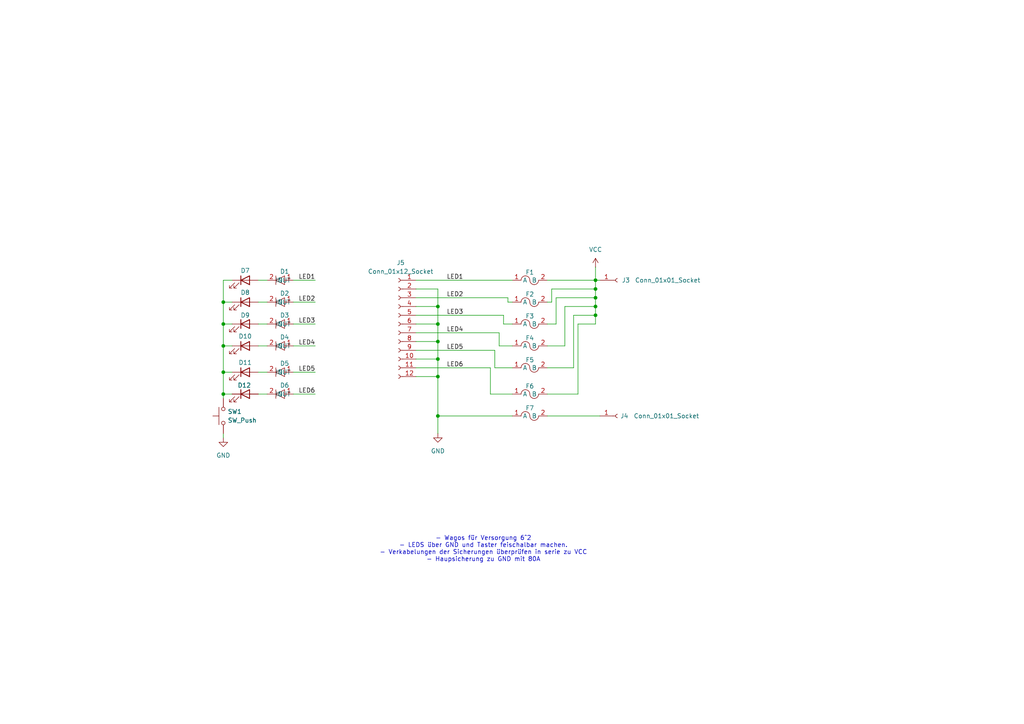
<source format=kicad_sch>
(kicad_sch (version 20250114) (generator "eeschema") (generator_version "9.0")
  (paper "A4")
  (lib_symbols
    (symbol "Connector:Conn_01x01_Socket" (pin_names (offset 1.016) (hide yes))
      (property "Reference" "J" (at 0 2.54 0))
      (property "Value" "Conn_01x01_Socket" (at 0 -2.54 0))
      (symbol "Conn_01x01_Socket_1_1"
        (polyline (pts (xy -1.27 0) (xy -0.508 0)) (stroke (width 0.1524)))
        (arc (start 0 -0.508) (mid -0.5058 0) (end 0 0.508) (stroke (width 0.1524)))
        (pin passive line (at -5.08 0 0) (length 3.81) (name "Pin_1") (number "1"))
      )
    )
    (symbol "Connector:Conn_01x12_Socket" (pin_names (offset 1.016) (hide yes))
      (property "Reference" "J" (at 0 15.24 0))
      (property "Value" "Conn_01x12_Socket" (at 0 -17.78 0))
      (symbol "Conn_01x12_Socket_1_1"
        (polyline (pts (xy -1.27 12.7) (xy -0.508 12.7)) (stroke (width 0.1524)))
        (polyline (pts (xy -1.27 10.16) (xy -0.508 10.16)) (stroke (width 0.1524)))
        (polyline (pts (xy -1.27 7.62) (xy -0.508 7.62)) (stroke (width 0.1524)))
        (polyline (pts (xy -1.27 5.08) (xy -0.508 5.08)) (stroke (width 0.1524)))
        (polyline (pts (xy -1.27 2.54) (xy -0.508 2.54)) (stroke (width 0.1524)))
        (polyline (pts (xy -1.27 0) (xy -0.508 0)) (stroke (width 0.1524)))
        (polyline (pts (xy -1.27 -2.54) (xy -0.508 -2.54)) (stroke (width 0.1524)))
        (polyline (pts (xy -1.27 -5.08) (xy -0.508 -5.08)) (stroke (width 0.1524)))
        (polyline (pts (xy -1.27 -7.62) (xy -0.508 -7.62)) (stroke (width 0.1524)))
        (polyline (pts (xy -1.27 -10.16) (xy -0.508 -10.16)) (stroke (width 0.1524)))
        (polyline (pts (xy -1.27 -12.7) (xy -0.508 -12.7)) (stroke (width 0.1524)))
        (polyline (pts (xy -1.27 -15.24) (xy -0.508 -15.24)) (stroke (width 0.1524)))
        (arc (start 0 12.192) (mid -0.5058 12.7) (end 0 13.208) (stroke (width 0.1524)))
        (arc (start 0 9.652) (mid -0.5058 10.16) (end 0 10.668) (stroke (width 0.1524)))
        (arc (start 0 7.112) (mid -0.5058 7.62) (end 0 8.128) (stroke (width 0.1524)))
        (arc (start 0 4.572) (mid -0.5058 5.08) (end 0 5.588) (stroke (width 0.1524)))
        (arc (start 0 2.032) (mid -0.5058 2.54) (end 0 3.048) (stroke (width 0.1524)))
        (arc (start 0 -0.508) (mid -0.5058 0) (end 0 0.508) (stroke (width 0.1524)))
        (arc (start 0 -3.048) (mid -0.5058 -2.54) (end 0 -2.032) (stroke (width 0.1524)))
        (arc (start 0 -5.588) (mid -0.5058 -5.08) (end 0 -4.572) (stroke (width 0.1524)))
        (arc (start 0 -8.128) (mid -0.5058 -7.62) (end 0 -7.112) (stroke (width 0.1524)))
        (arc (start 0 -10.668) (mid -0.5058 -10.16) (end 0 -9.652) (stroke (width 0.1524)))
        (arc (start 0 -13.208) (mid -0.5058 -12.7) (end 0 -12.192) (stroke (width 0.1524)))
        (arc (start 0 -15.748) (mid -0.5058 -15.24) (end 0 -14.732) (stroke (width 0.1524)))
        (pin passive line (at -5.08 12.7 0) (length 3.81) (name "Pin_1") (number "1"))
        (pin passive line (at -5.08 10.16 0) (length 3.81) (name "Pin_2") (number "2"))
        (pin passive line (at -5.08 7.62 0) (length 3.81) (name "Pin_3") (number "3"))
        (pin passive line (at -5.08 5.08 0) (length 3.81) (name "Pin_4") (number "4"))
        (pin passive line (at -5.08 2.54 0) (length 3.81) (name "Pin_5") (number "5"))
        (pin passive line (at -5.08 0 0) (length 3.81) (name "Pin_6") (number "6"))
        (pin passive line (at -5.08 -2.54 0) (length 3.81) (name "Pin_7") (number "7"))
        (pin passive line (at -5.08 -5.08 0) (length 3.81) (name "Pin_8") (number "8"))
        (pin passive line (at -5.08 -7.62 0) (length 3.81) (name "Pin_9") (number "9"))
        (pin passive line (at -5.08 -10.16 0) (length 3.81) (name "Pin_10") (number "10"))
        (pin passive line (at -5.08 -12.7 0) (length 3.81) (name "Pin_11") (number "11"))
        (pin passive line (at -5.08 -15.24 0) (length 3.81) (name "Pin_12") (number "12"))
      )
    )
    (symbol "Device:LED" (pin_numbers (hide yes)) (pin_names (offset 1.016) (hide yes))
      (property "Reference" "D" (at 0 2.54 0))
      (property "Value" "LED" (at 0 -2.54 0))
      (symbol "LED_0_1"
        (polyline (pts (xy -3.048 -0.762) (xy -4.572 -2.286) (xy -3.81 -2.286) (xy -4.572 -2.286) (xy -4.572 -1.524)))
        (polyline (pts (xy -1.778 -0.762) (xy -3.302 -2.286) (xy -2.54 -2.286) (xy -3.302 -2.286) (xy -3.302 -1.524)))
        (polyline (pts (xy -1.27 0) (xy 1.27 0)))
        (polyline (pts (xy -1.27 -1.27) (xy -1.27 1.27)) (stroke (width 0.254)))
        (polyline (pts (xy 1.27 -1.27) (xy 1.27 1.27) (xy -1.27 0) (xy 1.27 -1.27)) (stroke (width 0.254)))
      )
      (symbol "LED_1_1"
        (pin passive line (at -3.81 0 0) (length 2.54) (name "K") (number "1"))
        (pin passive line (at 3.81 0 180) (length 2.54) (name "A") (number "2"))
      )
    )
    (symbol "Switch:SW_Push" (pin_numbers (hide yes)) (pin_names (offset 1.016) (hide yes))
      (property "Reference" "SW" (at 1.27 2.54 0))
      (property "Value" "SW_Push" (at 0 -1.524 0))
      (symbol "SW_Push_0_1"
        (circle (center -2.032 0) (radius 0.508))
        (polyline (pts (xy 0 1.27) (xy 0 3.048)))
        (circle (center 2.032 0) (radius 0.508))
        (polyline (pts (xy 2.54 1.27) (xy -2.54 1.27)))
        (pin passive line (at -5.08 0 0) (length 2.54) (name "1") (number "1"))
        (pin passive line (at 5.08 0 180) (length 2.54) (name "2") (number "2"))
      )
    )
    (symbol "Theater_Parts:3557"
      (property "Reference" "F" (at 0 3.048 0))
      (symbol "3557_0_1"
        (arc (start -1.27 1.27) (mid -0.372 0.898) (end 0 0))
        (arc (start -2.54 0) (mid -2.168 0.898) (end -1.27 1.27))
        (arc (start 1.27 -1.27) (mid 0.372 -0.898) (end 0 0))
        (arc (start 2.54 0) (mid 2.168 -0.898) (end 1.27 -1.27))
      )
      (symbol "3557_1_1"
        (pin bidirectional line (at -5.08 0 0) (length 2.54) (name "A") (number "1"))
        (pin bidirectional line (at 5.08 0 180) (length 2.54) (name "B") (number "2"))
      )
    )
    (symbol "Theater_Parts:AL5809_1"
      (property "Reference" "D" (at 0 0 0))
      (symbol "AL5809_1_0_1"
        (polyline (pts (xy -2.54 0) (xy 0 1.27) (xy 0 -1.27) (xy -2.54 0) (xy -2.54 1.27) (xy -2.54 -1.27)))
      )
      (symbol "AL5809_1_1_1"
        (pin output line (at -5.08 0 0) (length 2.54) (name "OUT") (number "2"))
        (pin input line (at 2.54 0 180) (length 2.54) (name "IN") (number "1"))
      )
    )
    (symbol "power:GND" (power) (pin_numbers (hide yes)) (pin_names (offset 0) (hide yes))
      (property "Value" "GND" (at 0 -3.81 0))
      (symbol "GND_0_1"
        (polyline (pts (xy 0 0) (xy 0 -1.27) (xy 1.27 -1.27) (xy 0 -2.54) (xy -1.27 -1.27) (xy 0 -1.27)))
      )
      (symbol "GND_1_1"
        (pin power_in line (at 0 0 270) (length 0) (name "~") (number "1"))
      )
    )
    (symbol "power:VCC" (power) (pin_numbers (hide yes)) (pin_names (offset 0) (hide yes))
      (property "Value" "VCC" (at 0 3.556 0))
      (symbol "VCC_0_1"
        (polyline (pts (xy -0.762 1.27) (xy 0 2.54)))
        (polyline (pts (xy 0 2.54) (xy 0.762 1.27)))
        (polyline (pts (xy 0 0) (xy 0 2.54)))
      )
      (symbol "VCC_1_1"
        (pin power_in line (at 0 0 90) (length 0) (name "~") (number "1"))
      )
    )
  )
  (text "- Wagos für Versorgung 6^2\n- LEDS über GND und Taster feischalbar machen.\n- Verkabelungen der Sicherungen überprüfen in serie zu VCC\n- Haupsicherung zu GND mit 80A" (at 140.208 159.258 0) (effects (font (size 1.27 1.27))))
  (junction (at 64.77 87.63))
  (junction (at 127 88.9))
  (junction (at 127 93.98))
  (junction (at 64.77 107.95))
  (junction (at 172.72 86.36))
  (junction (at 172.72 91.44))
  (junction (at 127 120.65))
  (junction (at 172.72 81.28))
  (junction (at 64.77 93.98))
  (junction (at 64.77 100.33))
  (junction (at 64.77 114.3))
  (junction (at 172.72 88.9))
  (junction (at 127 99.06))
  (junction (at 127 109.22))
  (junction (at 172.72 83.82))
  (junction (at 127 104.14))
  (wire (pts (xy 147.32 87.63) (xy 148.59 87.63)))
  (wire (pts (xy 67.31 93.98) (xy 64.77 93.98)))
  (wire (pts (xy 167.64 114.3) (xy 158.75 114.3)))
  (wire (pts (xy 167.64 93.98) (xy 167.64 114.3)))
  (wire (pts (xy 74.93 81.28) (xy 77.47 81.28)))
  (wire (pts (xy 85.09 87.63) (xy 91.44 87.63)))
  (wire (pts (xy 148.59 114.3) (xy 142.24 114.3)))
  (wire (pts (xy 74.93 93.98) (xy 77.47 93.98)))
  (wire (pts (xy 127 93.98) (xy 127 99.06)))
  (wire (pts (xy 173.99 81.28) (xy 172.72 81.28)))
  (wire (pts (xy 64.77 87.63) (xy 64.77 93.98)))
  (wire (pts (xy 74.93 114.3) (xy 77.47 114.3)))
  (wire (pts (xy 67.31 114.3) (xy 64.77 114.3)))
  (wire (pts (xy 142.24 114.3) (xy 142.24 106.68)))
  (wire (pts (xy 120.65 109.22) (xy 127 109.22)))
  (wire (pts (xy 158.75 106.68) (xy 166.37 106.68)))
  (wire (pts (xy 172.72 83.82) (xy 172.72 86.36)))
  (wire (pts (xy 172.72 86.36) (xy 161.29 86.36)))
  (wire (pts (xy 158.75 120.65) (xy 173.99 120.65)))
  (wire (pts (xy 172.72 77.47) (xy 172.72 81.28)))
  (wire (pts (xy 147.32 86.36) (xy 147.32 87.63)))
  (wire (pts (xy 64.77 100.33) (xy 64.77 107.95)))
  (wire (pts (xy 158.75 87.63) (xy 160.02 87.63)))
  (wire (pts (xy 127 104.14) (xy 127 109.22)))
  (wire (pts (xy 67.31 107.95) (xy 64.77 107.95)))
  (wire (pts (xy 74.93 107.95) (xy 77.47 107.95)))
  (wire (pts (xy 161.29 93.98) (xy 158.75 93.98)))
  (wire (pts (xy 166.37 106.68) (xy 166.37 91.44)))
  (wire (pts (xy 85.09 100.33) (xy 91.44 100.33)))
  (wire (pts (xy 120.65 104.14) (xy 127 104.14)))
  (wire (pts (xy 127 109.22) (xy 127 120.65)))
  (wire (pts (xy 120.65 93.98) (xy 127 93.98)))
  (wire (pts (xy 127 120.65) (xy 127 125.73)))
  (wire (pts (xy 158.75 81.28) (xy 172.72 81.28)))
  (wire (pts (xy 146.05 91.44) (xy 146.05 93.98)))
  (wire (pts (xy 74.93 100.33) (xy 77.47 100.33)))
  (wire (pts (xy 64.77 125.73) (xy 64.77 127)))
  (wire (pts (xy 85.09 93.98) (xy 91.44 93.98)))
  (wire (pts (xy 120.65 88.9) (xy 127 88.9)))
  (wire (pts (xy 127 99.06) (xy 127 104.14)))
  (wire (pts (xy 120.65 81.28) (xy 148.59 81.28)))
  (wire (pts (xy 146.05 93.98) (xy 148.59 93.98)))
  (wire (pts (xy 85.09 107.95) (xy 91.44 107.95)))
  (wire (pts (xy 67.31 87.63) (xy 64.77 87.63)))
  (wire (pts (xy 67.31 81.28) (xy 64.77 81.28)))
  (wire (pts (xy 161.29 86.36) (xy 161.29 93.98)))
  (wire (pts (xy 160.02 83.82) (xy 160.02 87.63)))
  (wire (pts (xy 64.77 93.98) (xy 64.77 100.33)))
  (wire (pts (xy 148.59 120.65) (xy 127 120.65)))
  (wire (pts (xy 172.72 93.98) (xy 167.64 93.98)))
  (wire (pts (xy 163.83 88.9) (xy 163.83 100.33)))
  (wire (pts (xy 120.65 86.36) (xy 147.32 86.36)))
  (wire (pts (xy 144.78 100.33) (xy 148.59 100.33)))
  (wire (pts (xy 163.83 100.33) (xy 158.75 100.33)))
  (wire (pts (xy 120.65 91.44) (xy 146.05 91.44)))
  (wire (pts (xy 127 88.9) (xy 127 93.98)))
  (wire (pts (xy 67.31 100.33) (xy 64.77 100.33)))
  (wire (pts (xy 172.72 91.44) (xy 172.72 93.98)))
  (wire (pts (xy 160.02 83.82) (xy 172.72 83.82)))
  (wire (pts (xy 120.65 101.6) (xy 143.51 101.6)))
  (wire (pts (xy 64.77 114.3) (xy 64.77 115.57)))
  (wire (pts (xy 120.65 83.82) (xy 127 83.82)))
  (wire (pts (xy 85.09 114.3) (xy 91.44 114.3)))
  (wire (pts (xy 85.09 81.28) (xy 91.44 81.28)))
  (wire (pts (xy 172.72 88.9) (xy 163.83 88.9)))
  (wire (pts (xy 120.65 96.52) (xy 144.78 96.52)))
  (wire (pts (xy 120.65 106.68) (xy 142.24 106.68)))
  (wire (pts (xy 120.65 99.06) (xy 127 99.06)))
  (wire (pts (xy 74.93 87.63) (xy 77.47 87.63)))
  (wire (pts (xy 166.37 91.44) (xy 172.72 91.44)))
  (wire (pts (xy 172.72 81.28) (xy 172.72 83.82)))
  (wire (pts (xy 144.78 96.52) (xy 144.78 100.33)))
  (wire (pts (xy 143.51 101.6) (xy 143.51 106.68)))
  (wire (pts (xy 143.51 106.68) (xy 148.59 106.68)))
  (wire (pts (xy 127 83.82) (xy 127 88.9)))
  (wire (pts (xy 64.77 81.28) (xy 64.77 87.63)))
  (wire (pts (xy 172.72 88.9) (xy 172.72 91.44)))
  (wire (pts (xy 64.77 107.95) (xy 64.77 114.3)))
  (wire (pts (xy 172.72 86.36) (xy 172.72 88.9)))
  (label "LED5" (at 91.44 107.95 180))
  (label "LED3" (at 129.54 91.44 0))
  (label "LED2" (at 129.54 86.36 0))
  (label "LED4" (at 91.44 100.33 180))
  (label "LED1" (at 129.54 81.28 0))
  (label "LED3" (at 91.44 93.98 180))
  (label "LED1" (at 91.44 81.28 180))
  (label "LED5" (at 129.54 101.6 0))
  (label "LED6" (at 129.54 106.68 0))
  (label "LED4" (at 129.54 96.52 0))
  (label "LED2" (at 91.44 87.63 180))
  (label "LED6" (at 91.44 114.3 180))
  (symbol (lib_id "power:VCC") (at 172.72 77.47 0) (unit 1)
    (property "Reference" "#PWR01" (effects (hide yes)))
    (property "Value" "VCC" (at 172.72 72.39 0))
    (property "Description" "Power symbol creates a global label with name \"VCC\"" (effects (hide yes)))
  )
  (symbol (lib_id "Theater_Parts:3557") (at 153.67 93.98 0) (unit 1)
    (property "Reference" "F3" (at 153.67 91.694 0))
    (property "Footprint" "Fuse:Fuse_Blade" (effects (hide yes)))
  )
  (symbol (lib_id "Theater_Parts:3557") (at 153.67 81.28 0) (unit 1)
    (property "Reference" "F1" (at 153.67 78.994 0))
    (property "Value" "Fuse_Blade" (effects (hide yes)))
    (property "Footprint" "Fuse:Fuse_Blade" (effects (hide yes)))
  )
  (symbol (lib_id "Theater_Parts:3557") (at 153.67 120.65 0) (unit 1)
    (property "Reference" "F7" (at 153.67 118.364 0))
    (property "Footprint" "Fuse:Fuse_Blade" (effects (hide yes)))
  )
  (symbol (lib_id "Device:LED") (at 71.12 87.63 0) (unit 1)
    (property "Reference" "D8" (at 71.12 84.836 0))
    (property "Value" "LED" (effects (hide yes)))
    (property "Footprint" "LED_SMD:LED_0603_1608Metric" (effects (hide yes)))
    (property "Description" "Light emitting diode" (effects (hide yes)))
    (property "Sim.Pins" "1=K 2=A" (effects (hide yes)))
  )
  (symbol (lib_id "Device:LED") (at 71.12 93.98 0) (unit 1)
    (property "Reference" "D9" (at 71.12 91.44 0))
    (property "Value" "LED" (effects (hide yes)))
    (property "Footprint" "LED_SMD:LED_0603_1608Metric" (effects (hide yes)))
    (property "Description" "Light emitting diode" (effects (hide yes)))
    (property "Sim.Pins" "1=K 2=A" (effects (hide yes)))
  )
  (symbol (lib_id "power:GND") (at 64.77 127 0) (unit 1)
    (property "Reference" "#PWR03" (effects (hide yes)))
    (property "Value" "GND" (at 64.77 132.08 0))
    (property "Description" "Power symbol creates a global label with name \"GND\" , ground" (effects (hide yes)))
  )
  (symbol (lib_id "Theater_Parts:AL5809_1") (at 82.55 81.28 0) (unit 1)
    (property "Reference" "D1" (at 82.55 78.74 0))
    (property "Footprint" "Diode_SMD:D_SOD-123" (effects (hide yes)))
    (property "Datasheet" "https://eu.mouser.com/datasheet/3/175/1/AL5809.pdf" (effects (hide yes)))
    (property "Description" "constant current linear LED driver" (effects (hide yes)))
  )
  (symbol (lib_id "Theater_Parts:AL5809_1") (at 82.55 107.95 0) (unit 1)
    (property "Reference" "D5" (at 82.55 105.41 0))
    (property "Footprint" "Diode_SMD:D_SOD-123" (effects (hide yes)))
    (property "Datasheet" "https://eu.mouser.com/datasheet/3/175/1/AL5809.pdf" (effects (hide yes)))
    (property "Description" "constant current linear LED driver" (effects (hide yes)))
  )
  (symbol (lib_id "Theater_Parts:3557") (at 153.67 87.63 0) (unit 1)
    (property "Reference" "F2" (at 153.67 85.344 0))
    (property "Footprint" "Fuse:Fuse_Blade" (effects (hide yes)))
  )
  (symbol (lib_id "Device:LED") (at 71.12 107.95 0) (unit 1)
    (property "Reference" "D11" (at 71.12 105.156 0))
    (property "Value" "LED" (effects (hide yes)))
    (property "Footprint" "LED_SMD:LED_0603_1608Metric" (effects (hide yes)))
    (property "Description" "Light emitting diode" (effects (hide yes)))
    (property "Sim.Pins" "1=K 2=A" (effects (hide yes)))
  )
  (symbol (lib_id "Theater_Parts:3557") (at 153.67 114.3 0) (unit 1)
    (property "Reference" "F6" (at 153.67 112.014 0))
    (property "Footprint" "Fuse:Fuse_Blade" (effects (hide yes)))
  )
  (symbol (lib_id "Theater_Parts:AL5809_1") (at 82.55 93.98 0) (unit 1)
    (property "Reference" "D3" (at 82.55 91.44 0))
    (property "Footprint" "Diode_SMD:D_SOD-123" (effects (hide yes)))
    (property "Datasheet" "https://eu.mouser.com/datasheet/3/175/1/AL5809.pdf" (effects (hide yes)))
    (property "Description" "constant current linear LED driver" (effects (hide yes)))
  )
  (symbol (lib_id "Device:LED") (at 71.12 81.28 0) (unit 1)
    (property "Reference" "D7" (at 71.12 78.486 0))
    (property "Value" "LED" (effects (hide yes)))
    (property "Footprint" "LED_SMD:LED_0603_1608Metric" (effects (hide yes)))
    (property "Description" "Light emitting diode" (effects (hide yes)))
    (property "Sim.Pins" "1=K 2=A" (effects (hide yes)))
  )
  (symbol (lib_id "Connector:Conn_01x12_Socket") (at 115.57 93.98 0) (mirror y) (unit 1)
    (property "Reference" "J5" (at 116.205 76.2 0))
    (property "Value" "Conn_01x12_Socket" (at 116.205 78.74 0))
    (property "Footprint" "TerminalBlock_WAGO:TerminalBlock_WAGO_2601-3112_1x12_P3.50mm_Vertical" (effects (hide yes)))
    (property "Description" "Generic connector, single row, 01x12, script generated" (effects (hide yes)))
  )
  (symbol (lib_id "Connector:Conn_01x01_Socket") (at 179.07 120.65 0) (unit 1)
    (property "Reference" "J4" (at 181.102 120.65 0))
    (property "Value" "Conn_01x01_Socket" (at 193.294 120.65 0))
    (property "Footprint" "Connector_Wago:CONN_2616-1101_WAG" (effects (hide yes)))
    (property "Description" "Generic connector, single row, 01x01, script generated" (effects (hide yes)))
  )
  (symbol (lib_id "Theater_Parts:3557") (at 153.67 106.68 0) (unit 1)
    (property "Reference" "F5" (at 153.67 104.394 0))
    (property "Footprint" "Fuse:Fuse_Blade" (effects (hide yes)))
  )
  (symbol (lib_id "Theater_Parts:AL5809_1") (at 82.55 114.3 0) (unit 1)
    (property "Reference" "D6" (at 82.55 111.76 0))
    (property "Footprint" "Diode_SMD:D_SOD-123" (effects (hide yes)))
    (property "Datasheet" "https://eu.mouser.com/datasheet/3/175/1/AL5809.pdf" (effects (hide yes)))
    (property "Description" "constant current linear LED driver" (effects (hide yes)))
  )
  (symbol (lib_id "Connector:Conn_01x01_Socket") (at 179.07 81.28 0) (unit 1)
    (property "Reference" "J3" (at 180.34 81.28 0) (effects (justify left)))
    (property "Value" "Conn_01x01_Socket" (at 184.15 81.28 0) (effects (justify left)))
    (property "Footprint" "Connector_Wago:CONN_2616-1101_WAG" (effects (hide yes)))
    (property "Description" "Generic connector, single row, 01x01, script generated" (effects (hide yes)))
  )
  (symbol (lib_id "Device:LED") (at 71.12 100.33 0) (unit 1)
    (property "Reference" "D10" (at 71.12 97.536 0))
    (property "Value" "LED" (effects (hide yes)))
    (property "Footprint" "LED_SMD:LED_0603_1608Metric" (effects (hide yes)))
    (property "Description" "Light emitting diode" (effects (hide yes)))
    (property "Sim.Pins" "1=K 2=A" (effects (hide yes)))
  )
  (symbol (lib_id "power:GND") (at 127 125.73 0) (unit 1)
    (property "Reference" "#PWR02" (effects (hide yes)))
    (property "Value" "GND" (at 127 130.81 0))
    (property "Description" "Power symbol creates a global label with name \"GND\" , ground" (effects (hide yes)))
  )
  (symbol (lib_id "Theater_Parts:AL5809_1") (at 82.55 100.33 0) (unit 1)
    (property "Reference" "D4" (at 82.55 97.79 0))
    (property "Footprint" "Diode_SMD:D_SOD-123" (effects (hide yes)))
    (property "Datasheet" "https://eu.mouser.com/datasheet/3/175/1/AL5809.pdf" (effects (hide yes)))
    (property "Description" "constant current linear LED driver" (effects (hide yes)))
  )
  (symbol (lib_id "Device:LED") (at 71.12 114.3 0) (unit 1)
    (property "Reference" "D12" (at 70.866 111.76 0))
    (property "Value" "LED" (effects (hide yes)))
    (property "Footprint" "LED_SMD:LED_0603_1608Metric" (effects (hide yes)))
    (property "Description" "Light emitting diode" (effects (hide yes)))
    (property "Sim.Pins" "1=K 2=A" (effects (hide yes)))
  )
  (symbol (lib_id "Theater_Parts:AL5809_1") (at 82.55 87.63 0) (unit 1)
    (property "Reference" "D2" (at 82.55 85.09 0))
    (property "Footprint" "Diode_SMD:D_SOD-123" (effects (hide yes)))
    (property "Datasheet" "https://eu.mouser.com/datasheet/3/175/1/AL5809.pdf" (effects (hide yes)))
    (property "Description" "constant current linear LED driver" (effects (hide yes)))
  )
  (symbol (lib_id "Switch:SW_Push") (at 64.77 120.65 90) (unit 1)
    (property "Reference" "SW1" (at 66.04 119.3799 90) (effects (justify right)))
    (property "Value" "SW_Push" (at 66.04 121.9199 90) (effects (justify right)))
    (property "Footprint" "Button_Switch_THT:SW_PUSH_6mm_H4.3mm" (effects (hide yes)))
    (property "Description" "Push button switch, generic, two pins" (effects (hide yes)))
  )
  (symbol (lib_id "Theater_Parts:3557") (at 153.67 100.33 0) (unit 1)
    (property "Reference" "F4" (at 153.67 98.044 0))
    (property "Footprint" "Fuse:Fuse_Blade" (effects (hide yes)))
  )
)
</source>
